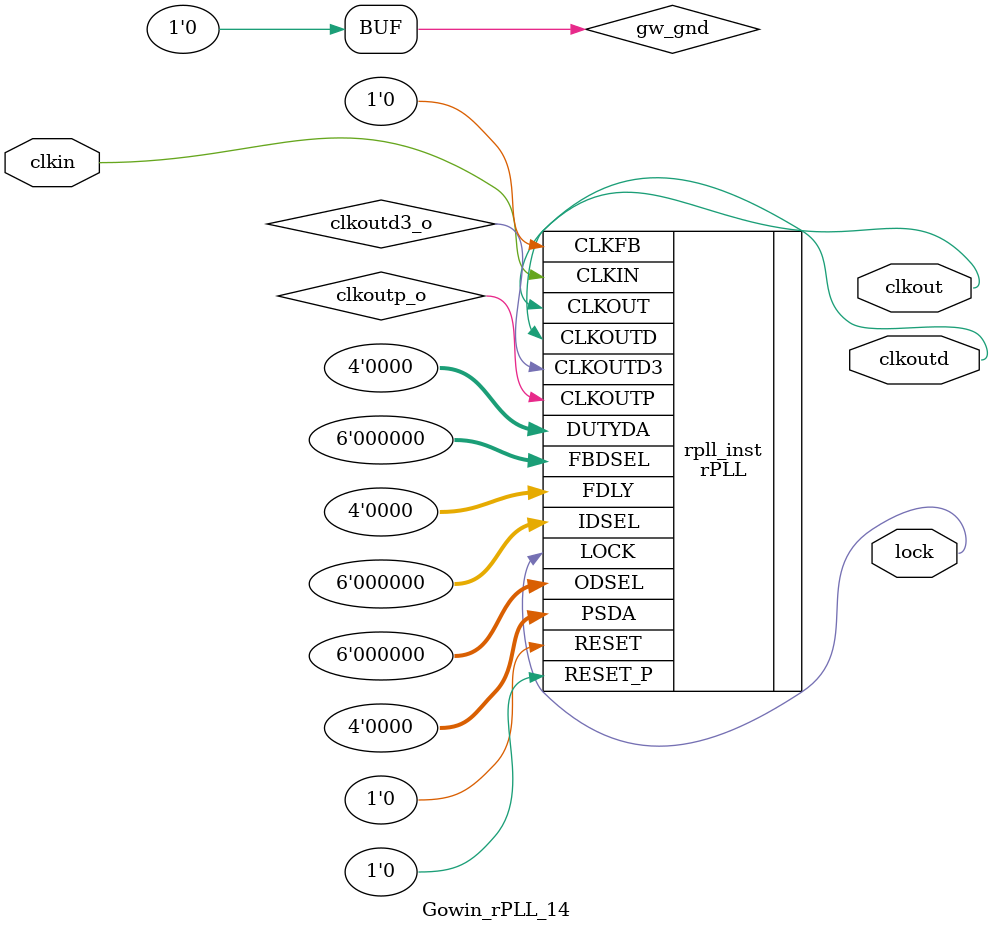
<source format=v>

module Gowin_rPLL_14 (clkout, lock, clkoutd, clkin);

output wire clkout;
output wire lock;
output wire clkoutd;
input  wire clkin;

wire clkoutp_o;
wire clkoutd3_o;
wire gw_gnd;

assign gw_gnd = 1'b0;

rPLL rpll_inst (
    .CLKOUT(clkout),
    .LOCK(lock),
    .CLKOUTP(clkoutp_o),
    .CLKOUTD(clkoutd),
    .CLKOUTD3(clkoutd3_o),
    .RESET(gw_gnd),
    .RESET_P(gw_gnd),
    .CLKIN(clkin),
    .CLKFB(gw_gnd),
    .FBDSEL({gw_gnd,gw_gnd,gw_gnd,gw_gnd,gw_gnd,gw_gnd}),
    .IDSEL({gw_gnd,gw_gnd,gw_gnd,gw_gnd,gw_gnd,gw_gnd}),
    .ODSEL({gw_gnd,gw_gnd,gw_gnd,gw_gnd,gw_gnd,gw_gnd}),
    .PSDA({gw_gnd,gw_gnd,gw_gnd,gw_gnd}),
    .DUTYDA({gw_gnd,gw_gnd,gw_gnd,gw_gnd}),
    .FDLY({gw_gnd,gw_gnd,gw_gnd,gw_gnd})
);

defparam rpll_inst.FCLKIN = "27";
defparam rpll_inst.DYN_IDIV_SEL = "false";
defparam rpll_inst.IDIV_SEL = 1;
defparam rpll_inst.DYN_FBDIV_SEL = "false";
defparam rpll_inst.FBDIV_SEL = 0;
defparam rpll_inst.DYN_ODIV_SEL = "false";
defparam rpll_inst.ODIV_SEL = 48;
defparam rpll_inst.PSDA_SEL = "0000";
defparam rpll_inst.DYN_DA_EN = "true";
defparam rpll_inst.DUTYDA_SEL = "1000";
defparam rpll_inst.CLKOUT_FT_DIR = 1'b1;
defparam rpll_inst.CLKOUTP_FT_DIR = 1'b1;
defparam rpll_inst.CLKOUT_DLY_STEP = 0;
defparam rpll_inst.CLKOUTP_DLY_STEP = 0;
defparam rpll_inst.CLKFB_SEL = "internal";
defparam rpll_inst.CLKOUT_BYPASS = "false";
defparam rpll_inst.CLKOUTP_BYPASS = "false";
defparam rpll_inst.CLKOUTD_BYPASS = "false";
defparam rpll_inst.DYN_SDIV_SEL = 2;
defparam rpll_inst.CLKOUTD_SRC = "CLKOUT";
defparam rpll_inst.CLKOUTD3_SRC = "CLKOUT";
defparam rpll_inst.DEVICE = "GW2AR-18C";

endmodule //Gowin_rPLL_14

</source>
